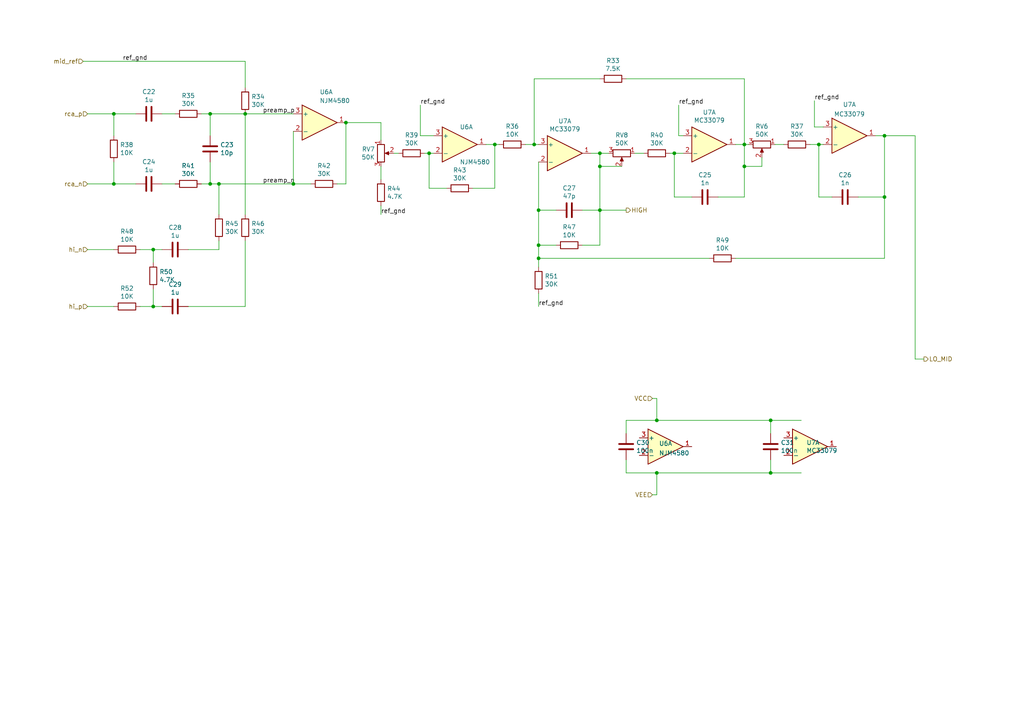
<source format=kicad_sch>
(kicad_sch (version 20211123) (generator eeschema)
  (paper "A4")
  (lib_symbols
    (symbol "Amplifier_Operational:MC33079" (pin_names (offset 0.127))
      (property "Reference" "U" (at 0 5.08 0))
      (property "Value" "Amplifier_Operational_MC33079" (at 0 -5.08 0))
      (symbol "MC33079_1_1"
        (polyline (pts (xy -5.08 5.08) (xy 5.08 0) (xy -5.08 -5.08) (xy -5.08 5.08)) (stroke (width 0.254)) (fill (type background)))
        (pin output line (at 7.62 0 180) (length 2.54) (name "~") (number "1"))
        (pin input line (at -7.62 -2.54 0) (length 2.54) (name "-") (number "2"))
        (pin input line (at -7.62 2.54 0) (length 2.54) (name "+") (number "3"))
      )
      (symbol "MC33079_2_1"
        (polyline (pts (xy -5.08 5.08) (xy 5.08 0) (xy -5.08 -5.08) (xy -5.08 5.08)) (stroke (width 0.254)) (fill (type background)))
        (pin input line (at -7.62 2.54 0) (length 2.54) (name "+") (number "5"))
        (pin input line (at -7.62 -2.54 0) (length 2.54) (name "-") (number "6"))
        (pin output line (at 7.62 0 180) (length 2.54) (name "~") (number "7"))
      )
      (symbol "MC33079_3_1"
        (polyline (pts (xy -5.08 5.08) (xy 5.08 0) (xy -5.08 -5.08) (xy -5.08 5.08)) (stroke (width 0.254)) (fill (type background)))
        (pin input line (at -7.62 2.54 0) (length 2.54) (name "+") (number "10"))
        (pin output line (at 7.62 0 180) (length 2.54) (name "~") (number "8"))
        (pin input line (at -7.62 -2.54 0) (length 2.54) (name "-") (number "9"))
      )
      (symbol "MC33079_4_1"
        (polyline (pts (xy -5.08 5.08) (xy 5.08 0) (xy -5.08 -5.08) (xy -5.08 5.08)) (stroke (width 0.254)) (fill (type background)))
        (pin input line (at -7.62 2.54 0) (length 2.54) (name "+") (number "12"))
        (pin input line (at -7.62 -2.54 0) (length 2.54) (name "-") (number "13"))
        (pin output line (at 7.62 0 180) (length 2.54) (name "~") (number "14"))
      )
      (symbol "MC33079_5_1"
        (pin power_in line (at -2.54 -7.62 90) (length 3.81) (name "V-") (number "11"))
        (pin power_in line (at -2.54 7.62 270) (length 3.81) (name "V+") (number "4"))
      )
    )
    (symbol "Amplifier_Operational:NJM4580" (pin_names (offset 0.127))
      (property "Reference" "U" (at 0 5.08 0))
      (property "Value" "NJM4580" (at 0 -5.08 0))
      (symbol "NJM4580_1_1"
        (polyline (pts (xy -5.08 5.08) (xy 5.08 0) (xy -5.08 -5.08) (xy -5.08 5.08)) (stroke (width 0.254)) (fill (type background)))
        (pin output line (at 7.62 0 180) (length 2.54) (name "~") (number "1"))
        (pin input line (at -7.62 -2.54 0) (length 2.54) (name "-") (number "2"))
        (pin input line (at -7.62 2.54 0) (length 2.54) (name "+") (number "3"))
      )
      (symbol "NJM4580_2_1"
        (polyline (pts (xy -5.08 5.08) (xy 5.08 0) (xy -5.08 -5.08) (xy -5.08 5.08)) (stroke (width 0.254)) (fill (type background)))
        (pin input line (at -7.62 2.54 0) (length 2.54) (name "+") (number "5"))
        (pin input line (at -7.62 -2.54 0) (length 2.54) (name "-") (number "6"))
        (pin output line (at 7.62 0 180) (length 2.54) (name "~") (number "7"))
      )
      (symbol "NJM4580_3_1"
        (pin power_in line (at -2.54 -7.62 90) (length 3.81) (name "V-") (number "4"))
        (pin power_in line (at -2.54 7.62 270) (length 3.81) (name "V+") (number "8"))
      )
    )
    (symbol "Device:C" (pin_numbers hide) (pin_names (offset 0.254))
      (property "Reference" "C" (at 0.635 2.54 0))
      (property "Value" "Device_C" (at 0.635 -2.54 0))
      (symbol "C_0_1"
        (polyline (pts (xy -2.032 -0.762) (xy 2.032 -0.762)) (stroke (width 0.508)))
        (polyline (pts (xy -2.032 0.762) (xy 2.032 0.762)) (stroke (width 0.508)))
      )
      (symbol "C_1_1"
        (pin passive line (at 0 3.81 270) (length 2.794) (name "~") (number "1"))
        (pin passive line (at 0 -3.81 90) (length 2.794) (name "~") (number "2"))
      )
    )
    (symbol "Device:R" (pin_numbers hide) (pin_names (offset 0))
      (property "Reference" "R" (at 2.032 0 90))
      (property "Value" "Device_R" (at 0 0 90))
      (symbol "R_0_1"
        (rectangle (start -1.016 -2.54) (end 1.016 2.54) (stroke (width 0.254)))
      )
      (symbol "R_1_1"
        (pin passive line (at 0 3.81 270) (length 1.27) (name "~") (number "1"))
        (pin passive line (at 0 -3.81 90) (length 1.27) (name "~") (number "2"))
      )
    )
    (symbol "Device:R_POT" (pin_names (offset 1.016) hide)
      (property "Reference" "RV" (at -4.445 0 90))
      (property "Value" "Device_R_POT" (at -2.54 0 90))
      (symbol "R_POT_0_1"
        (polyline (pts (xy 2.54 0) (xy 1.524 0)))
        (polyline (pts (xy 1.143 0) (xy 2.286 0.508) (xy 2.286 -0.508) (xy 1.143 0)) (fill (type outline)))
        (rectangle (start 1.016 2.54) (end -1.016 -2.54) (stroke (width 0.254)))
      )
      (symbol "R_POT_1_1"
        (pin passive line (at 0 3.81 270) (length 1.27) (name "1") (number "1"))
        (pin passive line (at 3.81 0 180) (length 1.27) (name "2") (number "2"))
        (pin passive line (at 0 -3.81 90) (length 1.27) (name "3") (number "3"))
      )
    )
    (symbol "MC33079_1" (pin_names (offset 0.127))
      (property "Reference" "U" (at 0 5.08 0))
      (property "Value" "MC33079_1" (at 0 -5.08 0))
      (symbol "MC33079_1_1_1"
        (polyline (pts (xy -5.08 5.08) (xy 5.08 0) (xy -5.08 -5.08) (xy -5.08 5.08)) (stroke (width 0.254)) (fill (type background)))
        (pin output line (at 7.62 0 180) (length 2.54) (name "~") (number "1"))
        (pin input line (at -7.62 -2.54 0) (length 2.54) (name "-") (number "2"))
        (pin input line (at -7.62 2.54 0) (length 2.54) (name "+") (number "3"))
      )
      (symbol "MC33079_1_2_1"
        (polyline (pts (xy -5.08 5.08) (xy 5.08 0) (xy -5.08 -5.08) (xy -5.08 5.08)) (stroke (width 0.254)) (fill (type background)))
        (pin input line (at -7.62 2.54 0) (length 2.54) (name "+") (number "5"))
        (pin input line (at -7.62 -2.54 0) (length 2.54) (name "-") (number "6"))
        (pin output line (at 7.62 0 180) (length 2.54) (name "~") (number "7"))
      )
      (symbol "MC33079_1_3_1"
        (polyline (pts (xy -5.08 5.08) (xy 5.08 0) (xy -5.08 -5.08) (xy -5.08 5.08)) (stroke (width 0.254)) (fill (type background)))
        (pin input line (at -7.62 2.54 0) (length 2.54) (name "+") (number "10"))
        (pin output line (at 7.62 0 180) (length 2.54) (name "~") (number "8"))
        (pin input line (at -7.62 -2.54 0) (length 2.54) (name "-") (number "9"))
      )
      (symbol "MC33079_1_4_1"
        (polyline (pts (xy -5.08 5.08) (xy 5.08 0) (xy -5.08 -5.08) (xy -5.08 5.08)) (stroke (width 0.254)) (fill (type background)))
        (pin input line (at -7.62 2.54 0) (length 2.54) (name "+") (number "12"))
        (pin input line (at -7.62 -2.54 0) (length 2.54) (name "-") (number "13"))
        (pin output line (at 7.62 0 180) (length 2.54) (name "~") (number "14"))
      )
      (symbol "MC33079_1_5_1"
        (pin power_in line (at -2.54 -7.62 90) (length 3.81) (name "V-") (number "11"))
        (pin power_in line (at -2.54 7.62 270) (length 3.81) (name "V+") (number "4"))
      )
    )
  )
  (junction (at 33.02 33.02))
  (junction (at 173.99 44.45))
  (junction (at 215.9 41.91))
  (junction (at 100.33 35.56))
  (junction (at 195.58 44.45))
  (junction (at 154.94 41.91))
  (junction (at 190.5 137.16))
  (junction (at 143.51 41.91))
  (junction (at 33.02 53.34))
  (junction (at 173.99 60.96))
  (junction (at 44.45 88.9))
  (junction (at 223.52 121.92))
  (junction (at 60.96 33.02))
  (junction (at 85.09 53.34))
  (junction (at 173.99 48.26))
  (junction (at 44.45 72.39))
  (junction (at 156.21 74.93))
  (junction (at 71.12 33.02))
  (junction (at 190.5 121.92))
  (junction (at 256.54 57.15))
  (junction (at 156.21 71.12))
  (junction (at 156.21 60.96))
  (junction (at 124.46 44.45))
  (junction (at 215.9 48.26))
  (junction (at 60.96 53.34))
  (junction (at 256.54 39.37))
  (junction (at 237.49 41.91))
  (junction (at 63.5 53.34))
  (junction (at 223.52 137.16))
  (wire (pts (xy 223.52 121.92) (xy 232.41 121.92)))
  (wire (pts (xy 144.78 41.91) (xy 143.51 41.91)))
  (wire (pts (xy 85.09 53.34) (xy 90.17 53.34)))
  (wire (pts (xy 200.66 57.15) (xy 195.58 57.15)))
  (wire (pts (xy 54.61 88.9) (xy 71.12 88.9)))
  (wire (pts (xy 208.28 57.15) (xy 215.9 57.15)))
  (wire (pts (xy 123.19 44.45) (xy 124.46 44.45)))
  (wire (pts (xy 156.21 41.91) (xy 154.94 41.91)))
  (wire (pts (xy 237.49 41.91) (xy 238.76 41.91)))
  (wire (pts (xy 121.92 30.48) (xy 121.92 39.37)))
  (wire (pts (xy 44.45 83.82) (xy 44.45 88.9)))
  (wire (pts (xy 63.5 53.34) (xy 85.09 53.34)))
  (wire (pts (xy 220.98 45.72) (xy 220.98 48.26)))
  (wire (pts (xy 154.94 22.86) (xy 173.99 22.86)))
  (wire (pts (xy 44.45 72.39) (xy 40.64 72.39)))
  (wire (pts (xy 124.46 44.45) (xy 124.46 54.61)))
  (wire (pts (xy 168.91 71.12) (xy 173.99 71.12)))
  (wire (pts (xy 176.53 44.45) (xy 173.99 44.45)))
  (wire (pts (xy 173.99 71.12) (xy 173.99 60.96)))
  (wire (pts (xy 33.02 46.99) (xy 33.02 53.34)))
  (wire (pts (xy 156.21 60.96) (xy 156.21 71.12)))
  (wire (pts (xy 265.43 39.37) (xy 265.43 104.14)))
  (wire (pts (xy 236.22 36.83) (xy 238.76 36.83)))
  (wire (pts (xy 181.61 125.73) (xy 181.61 121.92)))
  (wire (pts (xy 254 39.37) (xy 256.54 39.37)))
  (wire (pts (xy 100.33 53.34) (xy 97.79 53.34)))
  (wire (pts (xy 181.61 22.86) (xy 215.9 22.86)))
  (wire (pts (xy 189.23 115.57) (xy 190.5 115.57)))
  (wire (pts (xy 223.52 133.35) (xy 223.52 137.16)))
  (wire (pts (xy 71.12 33.02) (xy 71.12 62.23)))
  (wire (pts (xy 256.54 39.37) (xy 256.54 57.15)))
  (wire (pts (xy 60.96 53.34) (xy 58.42 53.34)))
  (wire (pts (xy 241.3 57.15) (xy 237.49 57.15)))
  (wire (pts (xy 215.9 22.86) (xy 215.9 41.91)))
  (wire (pts (xy 215.9 48.26) (xy 215.9 41.91)))
  (wire (pts (xy 110.49 52.07) (xy 110.49 48.26)))
  (wire (pts (xy 181.61 121.92) (xy 190.5 121.92)))
  (wire (pts (xy 195.58 57.15) (xy 195.58 44.45)))
  (wire (pts (xy 205.74 74.93) (xy 156.21 74.93)))
  (wire (pts (xy 110.49 62.23) (xy 110.49 59.69)))
  (wire (pts (xy 58.42 33.02) (xy 60.96 33.02)))
  (wire (pts (xy 137.16 54.61) (xy 143.51 54.61)))
  (wire (pts (xy 223.52 125.73) (xy 223.52 121.92)))
  (wire (pts (xy 237.49 57.15) (xy 237.49 41.91)))
  (wire (pts (xy 71.12 88.9) (xy 71.12 69.85)))
  (wire (pts (xy 173.99 48.26) (xy 173.99 44.45)))
  (wire (pts (xy 156.21 88.9) (xy 156.21 85.09)))
  (wire (pts (xy 46.99 53.34) (xy 50.8 53.34)))
  (wire (pts (xy 46.99 72.39) (xy 44.45 72.39)))
  (wire (pts (xy 154.94 41.91) (xy 154.94 22.86)))
  (wire (pts (xy 236.22 29.21) (xy 236.22 36.83)))
  (wire (pts (xy 143.51 41.91) (xy 140.97 41.91)))
  (wire (pts (xy 267.97 104.14) (xy 265.43 104.14)))
  (wire (pts (xy 24.13 17.78) (xy 71.12 17.78)))
  (wire (pts (xy 156.21 74.93) (xy 156.21 77.47)))
  (wire (pts (xy 46.99 33.02) (xy 50.8 33.02)))
  (wire (pts (xy 60.96 39.37) (xy 60.96 33.02)))
  (wire (pts (xy 25.4 88.9) (xy 33.02 88.9)))
  (wire (pts (xy 60.96 46.99) (xy 60.96 53.34)))
  (wire (pts (xy 198.12 44.45) (xy 195.58 44.45)))
  (wire (pts (xy 110.49 40.64) (xy 110.49 35.56)))
  (wire (pts (xy 213.36 41.91) (xy 215.9 41.91)))
  (wire (pts (xy 223.52 137.16) (xy 232.41 137.16)))
  (wire (pts (xy 190.5 115.57) (xy 190.5 121.92)))
  (wire (pts (xy 33.02 72.39) (xy 25.4 72.39)))
  (wire (pts (xy 220.98 48.26) (xy 215.9 48.26)))
  (wire (pts (xy 100.33 35.56) (xy 100.33 53.34)))
  (wire (pts (xy 168.91 60.96) (xy 173.99 60.96)))
  (wire (pts (xy 194.31 44.45) (xy 195.58 44.45)))
  (wire (pts (xy 189.23 143.51) (xy 190.5 143.51)))
  (wire (pts (xy 256.54 74.93) (xy 256.54 57.15)))
  (wire (pts (xy 124.46 54.61) (xy 129.54 54.61)))
  (wire (pts (xy 234.95 41.91) (xy 237.49 41.91)))
  (wire (pts (xy 196.85 39.37) (xy 198.12 39.37)))
  (wire (pts (xy 156.21 46.99) (xy 156.21 60.96)))
  (wire (pts (xy 223.52 137.16) (xy 190.5 137.16)))
  (wire (pts (xy 85.09 53.34) (xy 85.09 38.1)))
  (wire (pts (xy 156.21 71.12) (xy 156.21 74.93)))
  (wire (pts (xy 114.3 44.45) (xy 115.57 44.45)))
  (wire (pts (xy 121.92 39.37) (xy 125.73 39.37)))
  (wire (pts (xy 190.5 143.51) (xy 190.5 137.16)))
  (wire (pts (xy 215.9 57.15) (xy 215.9 48.26)))
  (wire (pts (xy 213.36 74.93) (xy 256.54 74.93)))
  (wire (pts (xy 25.4 53.34) (xy 33.02 53.34)))
  (wire (pts (xy 224.79 41.91) (xy 227.33 41.91)))
  (wire (pts (xy 181.61 137.16) (xy 190.5 137.16)))
  (wire (pts (xy 124.46 44.45) (xy 125.73 44.45)))
  (wire (pts (xy 40.64 88.9) (xy 44.45 88.9)))
  (wire (pts (xy 39.37 33.02) (xy 33.02 33.02)))
  (wire (pts (xy 181.61 133.35) (xy 181.61 137.16)))
  (wire (pts (xy 173.99 60.96) (xy 173.99 48.26)))
  (wire (pts (xy 63.5 53.34) (xy 60.96 53.34)))
  (wire (pts (xy 181.61 60.96) (xy 173.99 60.96)))
  (wire (pts (xy 33.02 33.02) (xy 25.4 33.02)))
  (wire (pts (xy 196.85 30.48) (xy 196.85 39.37)))
  (wire (pts (xy 173.99 44.45) (xy 171.45 44.45)))
  (wire (pts (xy 190.5 121.92) (xy 223.52 121.92)))
  (wire (pts (xy 161.29 71.12) (xy 156.21 71.12)))
  (wire (pts (xy 44.45 88.9) (xy 46.99 88.9)))
  (wire (pts (xy 63.5 53.34) (xy 63.5 62.23)))
  (wire (pts (xy 256.54 57.15) (xy 248.92 57.15)))
  (wire (pts (xy 110.49 35.56) (xy 100.33 35.56)))
  (wire (pts (xy 60.96 33.02) (xy 71.12 33.02)))
  (wire (pts (xy 186.69 44.45) (xy 184.15 44.45)))
  (wire (pts (xy 154.94 41.91) (xy 152.4 41.91)))
  (wire (pts (xy 143.51 54.61) (xy 143.51 41.91)))
  (wire (pts (xy 54.61 72.39) (xy 63.5 72.39)))
  (wire (pts (xy 85.09 33.02) (xy 71.12 33.02)))
  (wire (pts (xy 180.34 48.26) (xy 173.99 48.26)))
  (wire (pts (xy 33.02 33.02) (xy 33.02 39.37)))
  (wire (pts (xy 33.02 53.34) (xy 39.37 53.34)))
  (wire (pts (xy 161.29 60.96) (xy 156.21 60.96)))
  (wire (pts (xy 256.54 39.37) (xy 265.43 39.37)))
  (wire (pts (xy 215.9 41.91) (xy 217.17 41.91)))
  (wire (pts (xy 63.5 72.39) (xy 63.5 69.85)))
  (wire (pts (xy 71.12 17.78) (xy 71.12 25.4)))
  (wire (pts (xy 44.45 76.2) (xy 44.45 72.39)))
  (label "preamp_n" (at 76.2 53.34 0))
  (label "ref_gnd" (at 196.85 30.48 0))
  (label "ref_gnd" (at 236.22 29.21 0))
  (label "ref_gnd" (at 35.56 17.78 0))
  (label "ref_gnd" (at 121.92 30.48 0))
  (label "ref_gnd" (at 110.49 62.23 0))
  (label "ref_gnd" (at 156.21 88.9 0))
  (label "preamp_p" (at 76.2 33.02 0))
  (hierarchical_label "VEE" (shape input) (at 189.23 143.51 180))
  (hierarchical_label "hi_p" (shape input) (at 25.4 88.9 180))
  (hierarchical_label "rca_n" (shape input) (at 25.4 53.34 180))
  (hierarchical_label "LO_MID" (shape output) (at 267.97 104.14 0))
  (hierarchical_label "hi_n" (shape input) (at 25.4 72.39 180))
  (hierarchical_label "rca_p" (shape input) (at 25.4 33.02 180))
  (hierarchical_label "HIGH" (shape output) (at 181.61 60.96 0))
  (hierarchical_label "VCC" (shape input) (at 189.23 115.57 180))
  (hierarchical_label "mid_ref" (shape input) (at 24.13 17.78 180))
  (symbol (lib_id "Device:R") (at 33.02 43.18 0)
    (property "Reference" "R38" (at 34.798 42.0116 0) (effects (justify left)))
    (property "Value" "10K" (at 34.798 44.323 0) (effects (justify left)))
    (property "Footprint" "Resistor_SMD:R_0805_2012Metric_Pad1.20x1.40mm_HandSolder" (effects hide))
  )
  (symbol (lib_id "Device:R") (at 36.83 88.9 270)
    (property "Reference" "R52" (at 36.83 83.6422 90))
    (property "Value" "10K" (at 36.83 85.9536 90))
    (property "Footprint" "Resistor_THT:R_Axial_DIN0207_L6.3mm_D2.5mm_P10.16mm_Horizontal" (effects hide))
  )
  (symbol (lib_id "Device:R") (at 36.83 72.39 270)
    (property "Reference" "R48" (at 36.83 67.1322 90))
    (property "Value" "10K" (at 36.83 69.4436 90))
    (property "Footprint" "Resistor_THT:R_Axial_DIN0207_L6.3mm_D2.5mm_P10.16mm_Horizontal" (effects hide))
  )
  (symbol (lib_id "Device:R") (at 44.45 80.01 180)
    (property "Reference" "R50" (at 46.228 78.8416 0) (effects (justify right)))
    (property "Value" "4.7K" (at 46.228 81.153 0) (effects (justify right)))
    (property "Footprint" "Resistor_THT:R_Axial_DIN0207_L6.3mm_D2.5mm_P10.16mm_Horizontal" (effects hide))
  )
  (symbol (lib_id "Device:C") (at 43.18 33.02 270)
    (property "Reference" "C22" (at 43.18 26.6192 90))
    (property "Value" "1u" (at 43.18 28.9306 90))
    (property "Footprint" "Capacitor_THT:C_Rect_L7.0mm_W6.0mm_P5.00mm" (effects hide))
  )
  (symbol (lib_id "Device:C") (at 43.18 53.34 270)
    (property "Reference" "C24" (at 43.18 46.9392 90))
    (property "Value" "1u" (at 43.18 49.2506 90))
    (property "Footprint" "Capacitor_THT:C_Rect_L7.0mm_W6.0mm_P5.00mm" (effects hide))
  )
  (symbol (lib_id "Device:R") (at 54.61 33.02 270)
    (property "Reference" "R35" (at 54.61 27.7622 90))
    (property "Value" "30K" (at 54.61 30.0736 90))
    (property "Footprint" "Resistor_SMD:R_0805_2012Metric_Pad1.20x1.40mm_HandSolder" (effects hide))
  )
  (symbol (lib_id "Device:R") (at 54.61 53.34 270)
    (property "Reference" "R41" (at 54.61 48.0822 90))
    (property "Value" "30K" (at 54.61 50.3936 90))
    (property "Footprint" "Resistor_SMD:R_0805_2012Metric_Pad1.20x1.40mm_HandSolder" (effects hide))
  )
  (symbol (lib_id "Device:C") (at 50.8 72.39 270)
    (property "Reference" "C28" (at 50.8 65.9892 90))
    (property "Value" "1u" (at 50.8 68.3006 90))
    (property "Footprint" "Capacitor_THT:C_Rect_L7.0mm_W6.0mm_P5.00mm" (effects hide))
  )
  (symbol (lib_id "Device:C") (at 50.8 88.9 270)
    (property "Reference" "C29" (at 50.8 82.4992 90))
    (property "Value" "1u" (at 50.8 84.8106 90))
    (property "Footprint" "Capacitor_THT:C_Rect_L7.0mm_W6.0mm_P5.00mm" (effects hide))
  )
  (symbol (lib_id "Device:R") (at 63.5 66.04 180)
    (property "Reference" "R45" (at 65.278 64.8716 0) (effects (justify right)))
    (property "Value" "30K" (at 65.278 67.183 0) (effects (justify right)))
    (property "Footprint" "Resistor_SMD:R_0805_2012Metric_Pad1.20x1.40mm_HandSolder" (effects hide))
  )
  (symbol (lib_id "Device:R") (at 71.12 66.04 180)
    (property "Reference" "R46" (at 72.898 64.8716 0) (effects (justify right)))
    (property "Value" "30K" (at 72.898 67.183 0) (effects (justify right)))
    (property "Footprint" "Resistor_SMD:R_0805_2012Metric_Pad1.20x1.40mm_HandSolder" (effects hide))
  )
  (symbol (lib_id "Device:C") (at 60.96 43.18 180)
    (property "Reference" "C23" (at 63.881 42.0116 0) (effects (justify right)))
    (property "Value" "10p" (at 63.881 44.323 0) (effects (justify right)))
    (property "Footprint" "Capacitor_THT:C_Disc_D5.0mm_W2.5mm_P5.00mm" (effects hide))
  )
  (symbol (lib_id "Amplifier_Operational:NJM4580") (at 92.71 35.56 0)
    (property "Reference" "U6" (at 92.71 26.67 0) (effects (justify left)))
    (property "Value" "NJM4580" (at 92.71 29.21 0) (effects (justify left)))
    (property "Footprint" "Package_SO:SOIC-8_3.9x4.9mm_P1.27mm" (effects hide))
    (property "Datasheet" "http://www.njr.com/semicon/PDF/NJM4580_E.pdf" (effects hide))
  )
  (symbol (lib_id "Device:R") (at 93.98 53.34 270)
    (property "Reference" "R42" (at 93.98 48.0822 90))
    (property "Value" "30K" (at 93.98 50.3936 90))
    (property "Footprint" "Resistor_SMD:R_0805_2012Metric_Pad1.20x1.40mm_HandSolder" (effects hide))
  )
  (symbol (lib_id "Device:R") (at 71.12 29.21 180)
    (property "Reference" "R34" (at 72.898 28.0416 0) (effects (justify right)))
    (property "Value" "30K" (at 72.898 30.353 0) (effects (justify right)))
    (property "Footprint" "Resistor_SMD:R_0805_2012Metric_Pad1.20x1.40mm_HandSolder" (effects hide))
  )
  (symbol (lib_id "Device:R_POT") (at 110.49 44.45 0)
    (property "Reference" "RV7" (at 108.7374 43.2816 0) (effects (justify right)))
    (property "Value" "50K" (at 108.7374 45.593 0) (effects (justify right)))
    (property "Footprint" "Potentiometer_THT:Potentiometer_Runtron_RM-063_Horizontal" (effects hide))
  )
  (symbol (lib_id "Device:R") (at 110.49 55.88 180)
    (property "Reference" "R44" (at 112.268 54.7116 0) (effects (justify right)))
    (property "Value" "4.7K" (at 112.268 57.023 0) (effects (justify right)))
    (property "Footprint" "Resistor_SMD:R_0805_2012Metric_Pad1.20x1.40mm_HandSolder" (effects hide))
  )
  (symbol (lib_id "Amplifier_Operational:NJM4580") (at 133.35 41.91 0)
    (property "Reference" "U6" (at 133.35 36.83 0) (effects (justify left)))
    (property "Value" "NJM4580" (at 133.35 46.99 0) (effects (justify left)))
    (property "Footprint" "Package_SO:SOIC-8_3.9x4.9mm_P1.27mm" (effects hide))
    (property "Datasheet" "http://www.njr.com/semicon/PDF/NJM4580_E.pdf" (effects hide))
  )
  (symbol (lib_id "Device:R") (at 119.38 44.45 270)
    (property "Reference" "R39" (at 119.38 39.1922 90))
    (property "Value" "30K" (at 119.38 41.5036 90))
    (property "Footprint" "Resistor_SMD:R_0805_2012Metric_Pad1.20x1.40mm_HandSolder" (effects hide))
  )
  (symbol (lib_id "Device:R") (at 133.35 54.61 270)
    (property "Reference" "R43" (at 133.35 49.3522 90))
    (property "Value" "30K" (at 133.35 51.6636 90))
    (property "Footprint" "Resistor_SMD:R_0805_2012Metric_Pad1.20x1.40mm_HandSolder" (effects hide))
  )
  (symbol (lib_id "Device:R") (at 148.59 41.91 270)
    (property "Reference" "R36" (at 148.59 36.6522 90))
    (property "Value" "10K" (at 148.59 38.9636 90))
    (property "Footprint" "Resistor_SMD:R_0805_2012Metric_Pad1.20x1.40mm_HandSolder" (effects hide))
  )
  (symbol (lib_id "Amplifier_Operational:MC33079") (at 163.83 44.45 0)
    (property "Reference" "U7" (at 163.83 35.1282 0))
    (property "Value" "MC33079" (at 163.83 37.4396 0))
    (property "Datasheet" "https://www.onsemi.com/pub/Collateral/MC33078-D.PDF" (effects hide))
  )
  (symbol (lib_id "Device:C") (at 165.1 60.96 270)
    (property "Reference" "C27" (at 165.1 54.5592 90))
    (property "Value" "47p" (at 165.1 56.8706 90))
    (property "Footprint" "Capacitor_THT:C_Disc_D5.0mm_W2.5mm_P5.00mm" (effects hide))
  )
  (symbol (lib_id "Device:R") (at 165.1 71.12 270)
    (property "Reference" "R47" (at 165.1 65.8622 90))
    (property "Value" "10K" (at 165.1 68.1736 90))
    (property "Footprint" "Resistor_SMD:R_0805_2012Metric_Pad1.20x1.40mm_HandSolder" (effects hide))
  )
  (symbol (lib_id "Device:R") (at 156.21 81.28 180)
    (property "Reference" "R51" (at 157.988 80.1116 0) (effects (justify right)))
    (property "Value" "30K" (at 157.988 82.423 0) (effects (justify right)))
    (property "Footprint" "Resistor_SMD:R_0805_2012Metric_Pad1.20x1.40mm_HandSolder" (effects hide))
  )
  (symbol (lib_id "Device:R") (at 190.5 44.45 270)
    (property "Reference" "R40" (at 190.5 39.1922 90))
    (property "Value" "30K" (at 190.5 41.5036 90))
    (property "Footprint" "Resistor_SMD:R_0805_2012Metric_Pad1.20x1.40mm_HandSolder" (effects hide))
  )
  (symbol (lib_id "Device:R_POT") (at 180.34 44.45 270)
    (property "Reference" "RV8" (at 180.34 39.1922 90))
    (property "Value" "50K" (at 180.34 41.5036 90))
    (property "Footprint" "Potentiometer_THT:Potentiometer_Runtron_RM-063_Horizontal" (effects hide))
  )
  (symbol (lib_id "Amplifier_Operational:MC33079") (at 205.74 41.91 0)
    (property "Reference" "U7" (at 205.74 32.5882 0))
    (property "Value" "MC33079" (at 205.74 34.8996 0))
    (property "Datasheet" "https://www.onsemi.com/pub/Collateral/MC33078-D.PDF" (effects hide))
  )
  (symbol (lib_id "Device:R_POT") (at 220.98 41.91 270)
    (property "Reference" "RV6" (at 220.98 36.6522 90))
    (property "Value" "50K" (at 220.98 38.9636 90))
    (property "Footprint" "Potentiometer_THT:Potentiometer_Runtron_RM-063_Horizontal" (effects hide))
  )
  (symbol (lib_id "Device:R") (at 231.14 41.91 270)
    (property "Reference" "R37" (at 231.14 36.6522 90))
    (property "Value" "30K" (at 231.14 38.9636 90))
    (property "Footprint" "Resistor_SMD:R_0805_2012Metric_Pad1.20x1.40mm_HandSolder" (effects hide))
  )
  (symbol (lib_id "Device:C") (at 204.47 57.15 270)
    (property "Reference" "C25" (at 204.47 50.7492 90))
    (property "Value" "1n" (at 204.47 53.0606 90))
    (property "Footprint" "Capacitor_THT:C_Rect_L7.2mm_W2.5mm_P5.00mm_FKS2_FKP2_MKS2_MKP2" (effects hide))
  )
  (symbol (lib_id "Device:C") (at 245.11 57.15 270)
    (property "Reference" "C26" (at 245.11 50.7492 90))
    (property "Value" "1n" (at 245.11 53.0606 90))
    (property "Footprint" "Capacitor_THT:C_Rect_L7.2mm_W2.5mm_P5.00mm_FKS2_FKP2_MKS2_MKP2" (effects hide))
  )
  (symbol (lib_id "Device:R") (at 177.8 22.86 270)
    (property "Reference" "R33" (at 177.8 17.6022 90))
    (property "Value" "7.5K" (at 177.8 19.9136 90))
    (property "Footprint" "Resistor_SMD:R_0805_2012Metric_Pad1.20x1.40mm_HandSolder" (effects hide))
  )
  (symbol (lib_id "Device:R") (at 209.55 74.93 270)
    (property "Reference" "R49" (at 209.55 69.6722 90))
    (property "Value" "10K" (at 209.55 71.9836 90))
    (property "Footprint" "Resistor_SMD:R_0805_2012Metric_Pad1.20x1.40mm_HandSolder" (effects hide))
  )
  (symbol (lib_id "Amplifier_Operational:MC33079") (at 234.95 129.54 0)
    (property "Reference" "U7" (at 233.8832 128.3716 0) (effects (justify left)))
    (property "Value" "MC33079" (at 233.8832 130.683 0) (effects (justify left)))
    (property "Datasheet" "https://www.onsemi.com/pub/Collateral/MC33078-D.PDF" (effects hide))
  )
  (symbol (lib_id "Device:C") (at 181.61 129.54 0)
    (property "Reference" "C30" (at 184.531 128.3716 0) (effects (justify left)))
    (property "Value" "100n" (at 184.531 130.683 0) (effects (justify left)))
    (property "Footprint" "Capacitor_SMD:C_0805_2012Metric_Pad1.18x1.45mm_HandSolder" (effects hide))
  )
  (symbol (lib_id "Device:C") (at 223.52 129.54 0)
    (property "Reference" "C31" (at 226.441 128.3716 0) (effects (justify left)))
    (property "Value" "100n" (at 226.441 130.683 0) (effects (justify left)))
    (property "Footprint" "Capacitor_SMD:C_0805_2012Metric_Pad1.18x1.45mm_HandSolder" (effects hide))
  )
  (symbol (lib_id "Amplifier_Operational:NJM4580") (at 193.04 129.54 0)
    (property "Reference" "U6" (at 191.135 128.6315 0) (effects (justify left)))
    (property "Value" "NJM4580" (at 191.135 131.4066 0) (effects (justify left)))
    (property "Footprint" "Package_SO:SOIC-8_3.9x4.9mm_P1.27mm" (effects hide))
    (property "Datasheet" "http://www.njr.com/semicon/PDF/NJM4580_E.pdf" (effects hide))
  )
  (symbol (lib_name "MC33079_1") (lib_id "Amplifier_Operational:MC33079") (at 246.38 39.37 0)
    (property "Reference" "U7" (at 246.38 30.3235 0))
    (property "Value" "MC33079" (at 246.38 33.0986 0))
    (property "Datasheet" "https://www.onsemi.com/pub/Collateral/MC33078-D.PDF" (effects hide))
  )
)
</source>
